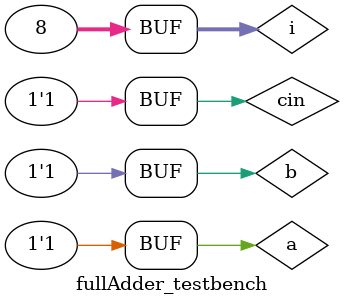
<source format=sv>
/* A 1-bit adder with carry-in and carry-out.
 * 
 * Inputs:
 *   a    - 1-bit input #1
 *   b    - 1-bit input #2
 *   cin  - 1-bit carry-in (connected to cout of another fullAdder)
 *
 * Outputs:
 *   sum  - LSB of a+b+cin
 *   cout - MSB of a+b+cin (connected to cin of another fullAdder) 
 */
module fullAdder (a, b, cin, sum, cout);

	input  logic a, b, cin;
	output logic sum, cout;
	
	assign  sum = a ^ b ^ cin;
	assign cout = (a & b) | (cin & (a ^ b));

endmodule  // fullAdder


/* testbench for the fullAdder */
module fullAdder_testbench();

	logic a, b, cin, sum, cout;
	
	// using Verilog's positional port connections (not recommended)
	fullAdder dut (a, b, cin, sum, cout);
	
	integer i;
	initial begin
	
		// ** syntax is "to the power of"
		for (i = 0; i < 2**3; i++) begin
			{a, b, cin} = i; #10;
		end  // for
		
	end  // initial

endmodule  // fullAdder_testbench

</source>
